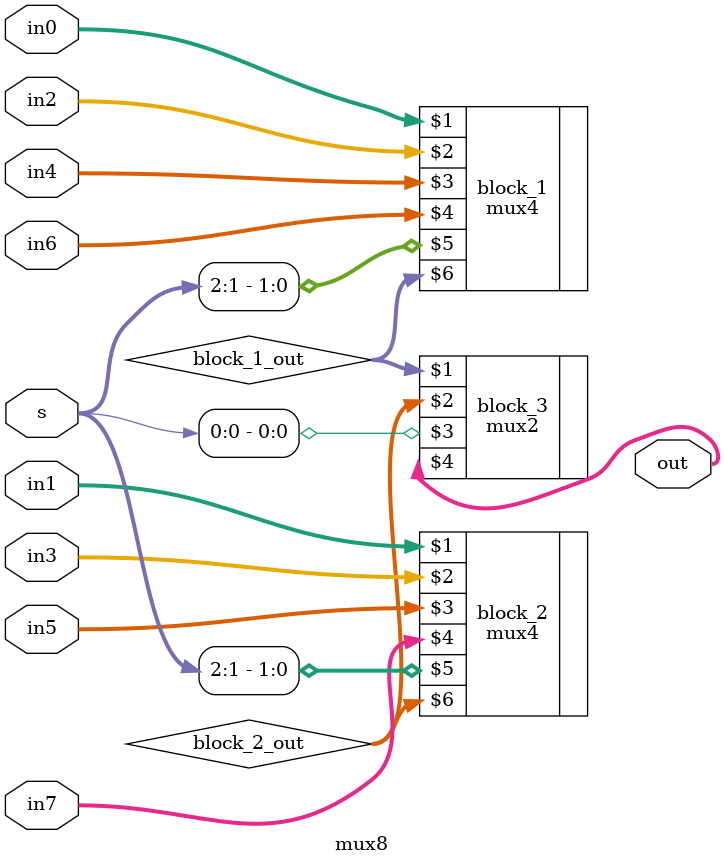
<source format=sv>

/* Design of 8-1 mux using binary module pattern */
module mux8(in0, in1, in2, in3, in4, in5, in6, in7, s, out);
   

    parameter  N = 32;
    
    /* ----- Inputs  ----- */
    input wire [N-1:0] in0, in1, in2, in3, in4, in5, in6, in7;
    input wire [2:0] s;

    /* ----- Outputs  ----- */
    output logic [N-1:0] out;

    /* -----  Submodules -----  */ 
    logic [N-1:0] block_1_out ;
    mux4 block_1(in0, in2, in4, in6, s[2:1], block_1_out);

    logic [N-1:0] block_2_out ;
    mux4 block_2(in1, in3, in5, in7, s[2:1], block_2_out);

    mux2 block_3(block_1_out, block_2_out, s[0], out );

endmodule
</source>
